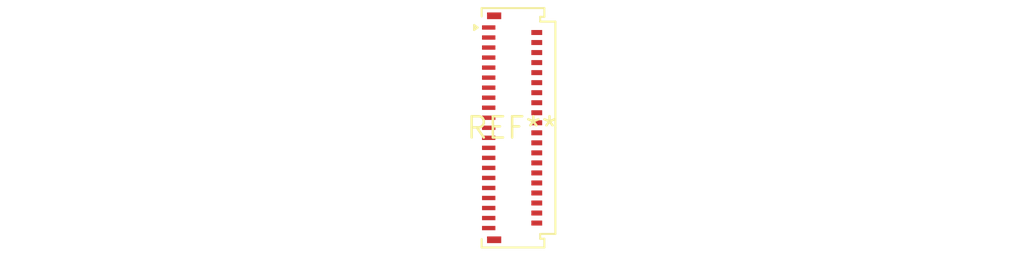
<source format=kicad_pcb>
(kicad_pcb (version 20240108) (generator pcbnew)
  (layers (0 "F.Cu" signal) (31 "B.Cu" signal) (34 "B.Paste" user) (35 "F.Paste" user) (36 "B.SilkS" user "B.Silkscreen") (37 "F.SilkS" user "F.Silkscreen") (38 "B.Mask" user) (39 "F.Mask" user) (44 "Edge.Cuts" user))
  (net 0 "")
  (footprint "Molex_502250-4191_2Rows-41Pins-1MP_P0.60mm_Horizontal" (layer "F.Cu") (at 0 0)
    (property "Reference" "REF**")
    (property "Value" "Molex_502250-4191_2Rows-41Pins-1MP_P0.60mm_Horizontal")
    (fp_line (start -2.272132 -6.15) (end -2.06 -6) (layer "F.SilkS") (stroke (width 0.12)))
    (fp_line (start -2.272132 -5.85) (end -2.272132 -6.15) (layer "F.SilkS") (stroke (width 0.12)))
    (fp_line (start -2.06 -6) (end -2.272132 -5.85) (layer "F.SilkS") (stroke (width 0.12)))
    (fp_line (start -1.82 -7.16) (end 1.93 -7.16) (layer "F.SilkS") (stroke (width 0.12)))
    (fp_line (start -1.82 -6.66) (end -1.82 -7.16) (layer "F.SilkS") (stroke (width 0.12)))
    (fp_line (start -1.82 6.66) (end -1.82 7.16) (layer "F.SilkS") (stroke (width 0.12)))
    (fp_line (start -1.82 7.16) (end 1.93 7.16) (layer "F.SilkS") (stroke (width 0.12)))
    (fp_line (start 1.68 -6.64) (end 1.68 -6.35) (layer "F.SilkS") (stroke (width 0.12)))
    (fp_line (start 1.68 -6.35) (end 2.59 -6.35) (layer "F.SilkS") (stroke (width 0.12)))
    (fp_line (start 1.68 6.35) (end 2.59 6.35) (layer "F.SilkS") (stroke (width 0.12)))
    (fp_line (start 1.68 6.64) (end 1.68 6.35) (layer "F.SilkS") (stroke (width 0.12)))
    (fp_line (start 1.93 -7.16) (end 1.93 -6.64) (layer "F.SilkS") (stroke (width 0.12)))
    (fp_line (start 1.93 -6.64) (end 1.68 -6.64) (layer "F.SilkS") (stroke (width 0.12)))
    (fp_line (start 1.93 6.64) (end 1.68 6.64) (layer "F.SilkS") (stroke (width 0.12)))
    (fp_line (start 1.93 7.16) (end 1.93 6.64) (layer "F.SilkS") (stroke (width 0.12)))
    (fp_line (start 2.59 -6.35) (end 2.59 0) (layer "F.SilkS") (stroke (width 0.12)))
    (fp_line (start 2.59 6.35) (end 2.59 0) (layer "F.SilkS") (stroke (width 0.12)))
    (pad "1" smd rect (at -1.4 -6) (size 0.8 0.26) (layers "F.Cu" "F.Paste" "F.Mask"))
    (pad "2" smd rect (at 1.475 -5.7) (size 0.65 0.3) (layers "F.Cu" "F.Paste" "F.Mask"))
    (pad "3" smd rect (at -1.4 -5.4) (size 0.8 0.26) (layers "F.Cu" "F.Paste" "F.Mask"))
    (pad "4" smd rect (at 1.475 -5.1) (size 0.65 0.3) (layers "F.Cu" "F.Paste" "F.Mask"))
    (pad "5" smd rect (at -1.4 -4.8) (size 0.8 0.26) (layers "F.Cu" "F.Paste" "F.Mask"))
    (pad "6" smd rect (at 1.475 -4.5) (size 0.65 0.3) (layers "F.Cu" "F.Paste" "F.Mask"))
    (pad "7" smd rect (at -1.4 -4.2) (size 0.8 0.26) (layers "F.Cu" "F.Paste" "F.Mask"))
    (pad "8" smd rect (at 1.475 -3.9) (size 0.65 0.3) (layers "F.Cu" "F.Paste" "F.Mask"))
    (pad "9" smd rect (at -1.4 -3.6) (size 0.8 0.26) (layers "F.Cu" "F.Paste" "F.Mask"))
    (pad "10" smd rect (at 1.475 -3.3) (size 0.65 0.3) (layers "F.Cu" "F.Paste" "F.Mask"))
    (pad "11" smd rect (at -1.4 -3) (size 0.8 0.26) (layers "F.Cu" "F.Paste" "F.Mask"))
    (pad "12" smd rect (at 1.475 -2.7) (size 0.65 0.3) (layers "F.Cu" "F.Paste" "F.Mask"))
    (pad "13" smd rect (at -1.4 -2.4) (size 0.8 0.26) (layers "F.Cu" "F.Paste" "F.Mask"))
    (pad "14" smd rect (at 1.475 -2.1) (size 0.65 0.3) (layers "F.Cu" "F.Paste" "F.Mask"))
    (pad "15" smd rect (at -1.4 -1.8) (size 0.8 0.26) (layers "F.Cu" "F.Paste" "F.Mask"))
    (pad "16" smd rect (at 1.475 -1.5) (size 0.65 0.3) (layers "F.Cu" "F.Paste" "F.Mask"))
    (pad "17" smd rect (at -1.4 -1.2) (size 0.8 0.26) (layers "F.Cu" "F.Paste" "F.Mask"))
    (pad "18" smd rect (at 1.475 -0.9) (size 0.65 0.3) (layers "F.Cu" "F.Paste" "F.Mask"))
    (pad "19" smd rect (at -1.4 -0.6) (size 0.8 0.26) (layers "F.Cu" "F.Paste" "F.Mask"))
    (pad "20" smd rect (at 1.475 -0.3) (size 0.65 0.3) (layers "F.Cu" "F.Paste" "F.Mask"))
    (pad "21" smd rect (at -1.4 0) (size 0.8 0.26) (layers "F.Cu" "F.Paste" "F.Mask"))
    (pad "22" smd rect (at 1.475 0.3) (size 0.65 0.3) (layers "F.Cu" "F.Paste" "F.Mask"))
    (pad "23" smd rect (at -1.4 0.6) (size 0.8 0.26) (layers "F.Cu" "F.Paste" "F.Mask"))
    (pad "24" smd rect (at 1.475 0.9) (size 0.65 0.3) (layers "F.Cu" "F.Paste" "F.Mask"))
    (pad "25" smd rect (at -1.4 1.2) (size 0.8 0.26) (layers "F.Cu" "F.Paste" "F.Mask"))
    (pad "26" smd rect (at 1.475 1.5) (size 0.65 0.3) (layers "F.Cu" "F.Paste" "F.Mask"))
    (pad "27" smd rect (at -1.4 1.8) (size 0.8 0.26) (layers "F.Cu" "F.Paste" "F.Mask"))
    (pad "28" smd rect (at 1.475 2.1) (size 0.65 0.3) (layers "F.Cu" "F.Paste" "F.Mask"))
    (pad "29" smd rect (at -1.4 2.4) (size 0.8 0.26) (layers "F.Cu" "F.Paste" "F.Mask"))
    (pad "30" smd rect (at 1.475 2.7) (size 0.65 0.3) (layers "F.Cu" "F.Paste" "F.Mask"))
    (pad "31" smd rect (at -1.4 3) (size 0.8 0.26) (layers "F.Cu" "F.Paste" "F.Mask"))
    (pad "32" smd rect (at 1.475 3.3) (size 0.65 0.3) (layers "F.Cu" "F.Paste" "F.Mask"))
    (pad "33" smd rect (at -1.4 3.6) (size 0.8 0.26) (layers "F.Cu" "F.Paste" "F.Mask"))
    (pad "34" smd rect (at 1.475 3.9) (size 0.65 0.3) (layers "F.Cu" "F.Paste" "F.Mask"))
    (pad "35" smd rect (at -1.4 4.2) (size 0.8 0.26) (layers "F.Cu" "F.Paste" "F.Mask"))
    (pad "36" smd rect (at 1.475 4.5) (size 0.65 0.3) (layers "F.Cu" "F.Paste" "F.Mask"))
    (pad "37" smd rect (at -1.4 4.8) (size 0.8 0.26) (layers "F.Cu" "F.Paste" "F.Mask"))
    (pad "38" smd rect (at 1.475 5.1) (size 0.65 0.3) (layers "F.Cu" "F.Paste" "F.Mask"))
    (pad "39" smd rect (at -1.4 5.4) (size 0.8 0.26) (layers "F.Cu" "F.Paste" "F.Mask"))
    (pad "40" smd rect (at 1.475 5.7) (size 0.65 0.3) (layers "F.Cu" "F.Paste" "F.Mask"))
    (pad "41" smd rect (at -1.4 6) (size 0.8 0.26) (layers "F.Cu" "F.Paste" "F.Mask"))
    (pad "MP" smd rect (at -1.075 -6.7) (size 0.85 0.4) (layers "F.Cu" "F.Paste" "F.Mask"))
    (pad "MP" smd rect (at -1.075 6.7) (size 0.85 0.4) (layers "F.Cu" "F.Paste" "F.Mask"))
  )
)
</source>
